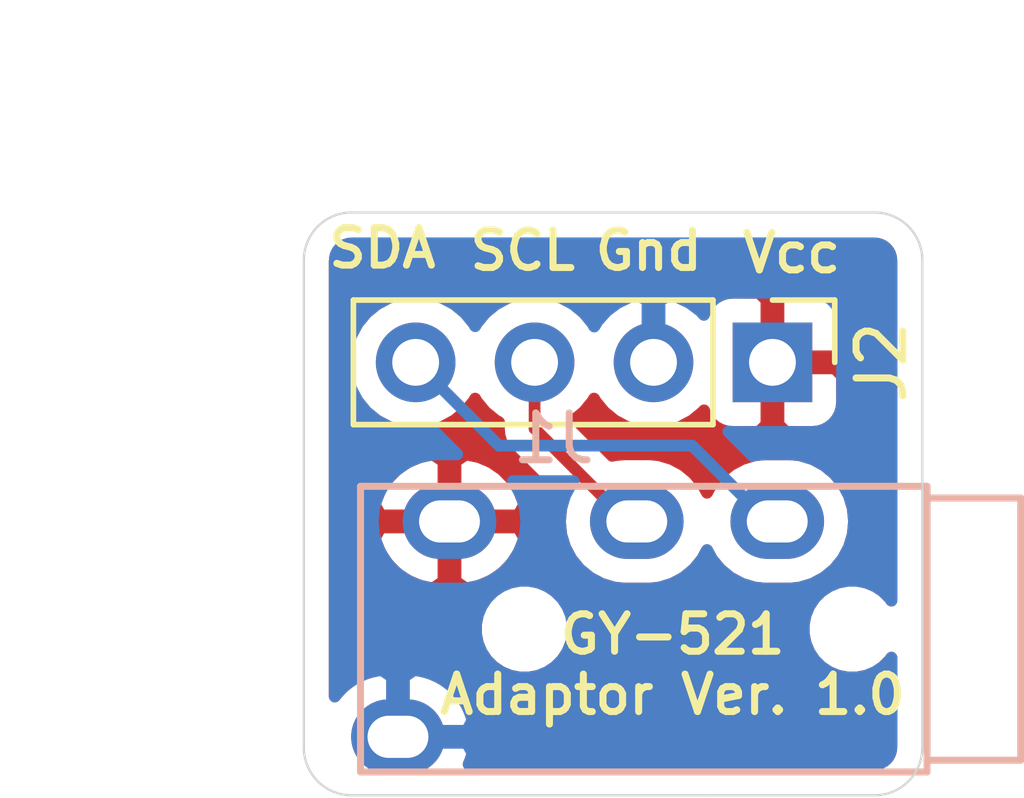
<source format=kicad_pcb>
(kicad_pcb (version 20171130) (host pcbnew 5.1.5-52549c5~84~ubuntu16.04.1)

  (general
    (thickness 1.6)
    (drawings 16)
    (tracks 9)
    (zones 0)
    (modules 2)
    (nets 5)
  )

  (page USLetter)
  (title_block
    (title "GY-521/MPU-6050  Interface Board")
    (date 2019-05-04)
    (rev 1.0)
    (comment 1 "Copyright 2019 Don Haig (accessible.aac at gmail dot com)")
    (comment 2 http://creativecommons.org/licenses/by-sa/4.0/)
    (comment 3 "Creative Commons Attribution-ShareAlike 4.0 International License")
    (comment 4 "This work is licensed under a:")
  )

  (layers
    (0 F.Cu signal)
    (31 B.Cu signal)
    (32 B.Adhes user)
    (33 F.Adhes user)
    (34 B.Paste user)
    (35 F.Paste user)
    (36 B.SilkS user)
    (37 F.SilkS user)
    (38 B.Mask user)
    (39 F.Mask user)
    (40 Dwgs.User user)
    (41 Cmts.User user)
    (42 Eco1.User user)
    (43 Eco2.User user)
    (44 Edge.Cuts user)
    (45 Margin user)
    (46 B.CrtYd user)
    (47 F.CrtYd user)
    (48 B.Fab user)
    (49 F.Fab user hide)
  )

  (setup
    (last_trace_width 0.25)
    (trace_clearance 0.2)
    (zone_clearance 0.508)
    (zone_45_only no)
    (trace_min 0.2)
    (via_size 0.8)
    (via_drill 0.4)
    (via_min_size 0.4)
    (via_min_drill 0.3)
    (uvia_size 0.3)
    (uvia_drill 0.1)
    (uvias_allowed no)
    (uvia_min_size 0.2)
    (uvia_min_drill 0.1)
    (edge_width 0.05)
    (segment_width 0.2)
    (pcb_text_width 0.3)
    (pcb_text_size 1.5 1.5)
    (mod_edge_width 0.12)
    (mod_text_size 1 1)
    (mod_text_width 0.15)
    (pad_size 1.524 1.524)
    (pad_drill 0.762)
    (pad_to_mask_clearance 0.051)
    (solder_mask_min_width 0.25)
    (aux_axis_origin 0 0)
    (visible_elements FFFFFF7F)
    (pcbplotparams
      (layerselection 0x010f0_ffffffff)
      (usegerberextensions true)
      (usegerberattributes false)
      (usegerberadvancedattributes false)
      (creategerberjobfile false)
      (excludeedgelayer true)
      (linewidth 0.100000)
      (plotframeref false)
      (viasonmask false)
      (mode 1)
      (useauxorigin false)
      (hpglpennumber 1)
      (hpglpenspeed 20)
      (hpglpendiameter 15.000000)
      (psnegative false)
      (psa4output false)
      (plotreference true)
      (plotvalue true)
      (plotinvisibletext false)
      (padsonsilk false)
      (subtractmaskfromsilk false)
      (outputformat 1)
      (mirror false)
      (drillshape 0)
      (scaleselection 1)
      (outputdirectory "gerber/"))
  )

  (net 0 "")
  (net 1 GND)
  (net 2 +5V)
  (net 3 /SDA)
  (net 4 /SCL)

  (net_class Default "This is the default net class."
    (clearance 0.2)
    (trace_width 0.25)
    (via_dia 0.8)
    (via_drill 0.4)
    (uvia_dia 0.3)
    (uvia_drill 0.1)
    (add_net +5V)
    (add_net /SCL)
    (add_net /SDA)
    (add_net GND)
  )

  (module dbh_kicad_library:PJ-320A (layer B.Cu) (tedit 5C8461F3) (tstamp 5CAE529D)
    (at 157.48 95.25 180)
    (path /5CAF3F7B)
    (fp_text reference J1 (at 4.826 2.032) (layer B.SilkS)
      (effects (font (size 1 1) (thickness 0.15)) (justify mirror))
    )
    (fp_text value PJ320A (at 1.48 -3.97) (layer B.Fab)
      (effects (font (size 1 1) (thickness 0.15)) (justify mirror))
    )
    (fp_line (start -5.15 0.76) (end -5.15 -4.84) (layer B.SilkS) (width 0.15))
    (fp_line (start -3.15 -4.84) (end -5.15 -4.84) (layer B.SilkS) (width 0.15))
    (fp_line (start -3.15 0.76) (end -5.15 0.76) (layer B.SilkS) (width 0.15))
    (fp_line (start -3.15 -5.09) (end 8.95 -5.09) (layer B.SilkS) (width 0.15))
    (fp_line (start -3.15 1.01) (end 8.95 1.01) (layer B.SilkS) (width 0.15))
    (fp_line (start 8.95 1.01) (end 8.95 -5.09) (layer B.SilkS) (width 0.15))
    (fp_line (start -3.15 1.01) (end -3.15 -5.09) (layer B.SilkS) (width 0.15))
    (pad 5 thru_hole oval (at 8.15 -4.34 90) (size 1.6 2) (drill oval 0.9 1.3) (layers *.Cu *.Mask)
      (net 1 GND))
    (pad 4 thru_hole oval (at 7.05 0.26 90) (size 1.6 2) (drill oval 0.9 1.3) (layers *.Cu *.Mask)
      (net 2 +5V))
    (pad 2 thru_hole oval (at 0.05 0.26 90) (size 1.6 2) (drill oval 0.9 1.3) (layers *.Cu *.Mask)
      (net 3 /SDA))
    (pad "" np_thru_hole circle (at 5.45 -2.04 90) (size 0.8 0.8) (drill 0.8) (layers *.Cu *.Mask))
    (pad "" np_thru_hole circle (at -1.55 -2.04 90) (size 0.8 0.8) (drill 0.8) (layers *.Cu *.Mask))
    (pad 3 thru_hole oval (at 3.05 0.26 90) (size 1.6 2) (drill oval 0.9 1.3) (layers *.Cu *.Mask)
      (net 4 /SCL))
    (model /home/don/projects/github/Accessible-AAC/Hardware/KiCad_libraries/3D_models/pj320a.wrl
      (offset (xyz -3.35 -2 0))
      (scale (xyz 1 1 1))
      (rotate (xyz 0 0 90))
    )
    (model /home/don/kicad/libraries/dbh_kicad_library/3D_models/pj320a/pj320a.wrl
      (offset (xyz -3.35 -2.1 0))
      (scale (xyz 1 1 1))
      (rotate (xyz 0 0 0))
    )
  )

  (module dbh_kicad_library:gy-921_i2c_module (layer F.Cu) (tedit 5CCEFE2D) (tstamp 5CCF5240)
    (at 157.3276 91.5924 270)
    (descr "Through hole straight pin header, 1x04, 2.54mm pitch, single row")
    (tags "Through hole pin header THT 1x04 2.54mm single row")
    (path /5CCF26F8)
    (fp_text reference J2 (at 0 -2.33 90) (layer F.SilkS)
      (effects (font (size 1 1) (thickness 0.15)))
    )
    (fp_text value gy-521_i2c_gyro_module (at -4.1656 4.0132 180) (layer F.Fab)
      (effects (font (size 1 1) (thickness 0.15)))
    )
    (fp_text user %R (at 0 3.81) (layer F.Fab)
      (effects (font (size 1 1) (thickness 0.15)))
    )
    (fp_line (start 1.8 -1.8) (end -1.8 -1.8) (layer F.CrtYd) (width 0.05))
    (fp_line (start 1.8 9.4) (end 1.8 -1.8) (layer F.CrtYd) (width 0.05))
    (fp_line (start -1.8 9.4) (end 1.8 9.4) (layer F.CrtYd) (width 0.05))
    (fp_line (start -1.8 -1.8) (end -1.8 9.4) (layer F.CrtYd) (width 0.05))
    (fp_line (start -1.33 -1.33) (end 0 -1.33) (layer F.SilkS) (width 0.12))
    (fp_line (start -1.33 0) (end -1.33 -1.33) (layer F.SilkS) (width 0.12))
    (fp_line (start -1.33 1.27) (end 1.33 1.27) (layer F.SilkS) (width 0.12))
    (fp_line (start 1.33 1.27) (end 1.33 8.95) (layer F.SilkS) (width 0.12))
    (fp_line (start -1.33 1.27) (end -1.33 8.95) (layer F.SilkS) (width 0.12))
    (fp_line (start -1.33 8.95) (end 1.33 8.95) (layer F.SilkS) (width 0.12))
    (fp_line (start -1.27 -0.635) (end -0.635 -1.27) (layer F.Fab) (width 0.1))
    (fp_line (start -1.27 8.89) (end -1.27 -0.635) (layer F.Fab) (width 0.1))
    (fp_line (start 1.27 8.89) (end -1.27 8.89) (layer F.Fab) (width 0.1))
    (fp_line (start 1.27 -1.27) (end 1.27 8.89) (layer F.Fab) (width 0.1))
    (fp_line (start -0.635 -1.27) (end 1.27 -1.27) (layer F.Fab) (width 0.1))
    (pad 4 thru_hole oval (at 0 7.62 270) (size 1.7 1.7) (drill 1) (layers *.Cu *.Mask)
      (net 3 /SDA))
    (pad 3 thru_hole oval (at 0 5.08 270) (size 1.7 1.7) (drill 1) (layers *.Cu *.Mask)
      (net 4 /SCL))
    (pad 2 thru_hole oval (at 0 2.54 270) (size 1.7 1.7) (drill 1) (layers *.Cu *.Mask)
      (net 1 GND))
    (pad 1 thru_hole rect (at 0 0 270) (size 1.7 1.7) (drill 1) (layers *.Cu *.Mask)
      (net 2 +5V))
  )

  (dimension 12.446 (width 0.12) (layer Dwgs.User)
    (gr_text "12.446 mm" (at 144.526 94.615 270) (layer Dwgs.User)
      (effects (font (size 1 1) (thickness 0.15)))
    )
    (feature1 (pts (xy 147.066 100.838) (xy 145.209579 100.838)))
    (feature2 (pts (xy 147.066 88.392) (xy 145.209579 88.392)))
    (crossbar (pts (xy 145.796 88.392) (xy 145.796 100.838)))
    (arrow1a (pts (xy 145.796 100.838) (xy 145.209579 99.711496)))
    (arrow1b (pts (xy 145.796 100.838) (xy 146.382421 99.711496)))
    (arrow2a (pts (xy 145.796 88.392) (xy 145.209579 89.518504)))
    (arrow2b (pts (xy 145.796 88.392) (xy 146.382421 89.518504)))
  )
  (dimension 13.208 (width 0.12) (layer Dwgs.User)
    (gr_text "13.208 mm" (at 153.924 84.582) (layer Dwgs.User)
      (effects (font (size 1 1) (thickness 0.15)))
    )
    (feature1 (pts (xy 160.528 87.884) (xy 160.528 85.265579)))
    (feature2 (pts (xy 147.32 87.884) (xy 147.32 85.265579)))
    (crossbar (pts (xy 147.32 85.852) (xy 160.528 85.852)))
    (arrow1a (pts (xy 160.528 85.852) (xy 159.401496 86.438421)))
    (arrow1b (pts (xy 160.528 85.852) (xy 159.401496 85.265579)))
    (arrow2a (pts (xy 147.32 85.852) (xy 148.446504 86.438421)))
    (arrow2b (pts (xy 147.32 85.852) (xy 148.446504 85.265579)))
  )
  (gr_line (start 147.32 89.408) (end 147.32 99.822) (layer Edge.Cuts) (width 0.05) (tstamp 5CCF53FA))
  (gr_line (start 159.512 88.392) (end 148.336 88.392) (layer Edge.Cuts) (width 0.05) (tstamp 5CCF53F9))
  (gr_line (start 160.528 99.822) (end 160.528 89.408) (layer Edge.Cuts) (width 0.05) (tstamp 5CCF53F8))
  (gr_text " GY-521 \nAdaptor Ver. 1.0" (at 155.194 98.044) (layer F.SilkS)
    (effects (font (size 0.8 0.8) (thickness 0.15)))
  )
  (gr_text SDA (at 148.9964 89.154) (layer F.SilkS)
    (effects (font (size 0.8 0.8) (thickness 0.15)))
  )
  (gr_text SCL (at 151.9936 89.2048) (layer F.SilkS)
    (effects (font (size 0.8 0.8) (thickness 0.15)))
  )
  (gr_text Gnd (at 154.686 89.2048) (layer F.SilkS)
    (effects (font (size 0.8 0.8) (thickness 0.15)))
  )
  (gr_text Vcc (at 157.734 89.2556) (layer F.SilkS)
    (effects (font (size 0.8 0.8) (thickness 0.15)))
  )
  (gr_line (start 155.956 100.838) (end 159.512 100.838) (layer Edge.Cuts) (width 0.05) (tstamp 5CCE3D64))
  (gr_line (start 148.336 100.838) (end 155.956 100.838) (layer Edge.Cuts) (width 0.05))
  (gr_arc (start 148.336 89.408) (end 148.336 88.392) (angle -90) (layer Edge.Cuts) (width 0.05) (tstamp 5CAE54A1))
  (gr_arc (start 148.336 99.822) (end 147.32 99.822) (angle -90) (layer Edge.Cuts) (width 0.05) (tstamp 5CAE54A4))
  (gr_arc (start 159.512 89.408) (end 160.528 89.408) (angle -90) (layer Edge.Cuts) (width 0.05) (tstamp 5CAE549A))
  (gr_arc (start 159.512 99.822) (end 159.512 100.838) (angle -90) (layer Edge.Cuts) (width 0.05) (tstamp 5CCF5410))

  (segment (start 150.43 94.55) (end 150.43 94.99) (width 0.25) (layer B.Cu) (net 2) (status 30))
  (segment (start 157.23 94.99) (end 157.43 94.99) (width 0.25) (layer F.Cu) (net 3))
  (segment (start 149.7076 91.5924) (end 151.4856 93.3704) (width 0.25) (layer B.Cu) (net 3))
  (segment (start 157.23 94.99) (end 157.43 94.99) (width 0.25) (layer B.Cu) (net 3))
  (segment (start 155.6104 93.3704) (end 157.23 94.99) (width 0.25) (layer B.Cu) (net 3))
  (segment (start 151.4856 93.3704) (end 155.6104 93.3704) (width 0.25) (layer B.Cu) (net 3))
  (segment (start 154.23 94.99) (end 154.43 94.99) (width 0.25) (layer F.Cu) (net 4))
  (segment (start 152.2476 93.0076) (end 154.23 94.99) (width 0.25) (layer F.Cu) (net 4))
  (segment (start 152.2476 91.5924) (end 152.2476 93.0076) (width 0.25) (layer F.Cu) (net 4))

  (zone (net 1) (net_name GND) (layer B.Cu) (tstamp 5CCF18E3) (hatch edge 0.508)
    (connect_pads (clearance 0.508))
    (min_thickness 0.254)
    (fill yes (arc_segments 32) (thermal_gap 0.508) (thermal_bridge_width 0.508))
    (polygon
      (pts
        (xy 147.574 100.076) (xy 147.574 89.154) (xy 148.082 88.646) (xy 159.766 88.646) (xy 160.274 89.154)
        (xy 160.274 100.076) (xy 159.766 100.584) (xy 148.082 100.584)
      )
    )
    (filled_polygon
      (pts
        (xy 159.580533 89.061885) (xy 159.646457 89.081789) (xy 159.707255 89.114115) (xy 159.760619 89.157639) (xy 159.804512 89.210696)
        (xy 159.837266 89.271271) (xy 159.857628 89.337053) (xy 159.868001 89.43574) (xy 159.868 96.681205) (xy 159.833937 96.630226)
        (xy 159.689774 96.486063) (xy 159.520256 96.372795) (xy 159.331898 96.294774) (xy 159.131939 96.255) (xy 158.928061 96.255)
        (xy 158.728102 96.294774) (xy 158.539744 96.372795) (xy 158.370226 96.486063) (xy 158.226063 96.630226) (xy 158.112795 96.799744)
        (xy 158.034774 96.988102) (xy 157.995 97.188061) (xy 157.995 97.391939) (xy 158.034774 97.591898) (xy 158.112795 97.780256)
        (xy 158.226063 97.949774) (xy 158.370226 98.093937) (xy 158.539744 98.207205) (xy 158.728102 98.285226) (xy 158.928061 98.325)
        (xy 159.131939 98.325) (xy 159.331898 98.285226) (xy 159.520256 98.207205) (xy 159.689774 98.093937) (xy 159.833937 97.949774)
        (xy 159.868 97.898795) (xy 159.868 99.789719) (xy 159.858115 99.890531) (xy 159.838211 99.956458) (xy 159.805885 100.017255)
        (xy 159.762362 100.070618) (xy 159.7093 100.114515) (xy 159.648727 100.147266) (xy 159.582947 100.167628) (xy 159.484269 100.178)
        (xy 150.838093 100.178) (xy 150.911444 99.99673) (xy 150.921904 99.939039) (xy 150.799915 99.717) (xy 149.457 99.717)
        (xy 149.457 99.737) (xy 149.203 99.737) (xy 149.203 99.717) (xy 149.183 99.717) (xy 149.183 99.463)
        (xy 149.203 99.463) (xy 149.203 98.310526) (xy 149.457 98.310526) (xy 149.457 99.463) (xy 150.799915 99.463)
        (xy 150.921904 99.240961) (xy 150.911444 99.18327) (xy 150.805551 98.921579) (xy 150.650639 98.685575) (xy 150.452662 98.484327)
        (xy 150.219227 98.32557) (xy 149.959306 98.215404) (xy 149.682887 98.158063) (xy 149.457 98.310526) (xy 149.203 98.310526)
        (xy 148.977113 98.158063) (xy 148.700694 98.215404) (xy 148.440773 98.32557) (xy 148.207338 98.484327) (xy 148.009361 98.685575)
        (xy 147.98 98.730306) (xy 147.98 97.188061) (xy 150.995 97.188061) (xy 150.995 97.391939) (xy 151.034774 97.591898)
        (xy 151.112795 97.780256) (xy 151.226063 97.949774) (xy 151.370226 98.093937) (xy 151.539744 98.207205) (xy 151.728102 98.285226)
        (xy 151.928061 98.325) (xy 152.131939 98.325) (xy 152.331898 98.285226) (xy 152.520256 98.207205) (xy 152.689774 98.093937)
        (xy 152.833937 97.949774) (xy 152.947205 97.780256) (xy 153.025226 97.591898) (xy 153.065 97.391939) (xy 153.065 97.188061)
        (xy 153.025226 96.988102) (xy 152.947205 96.799744) (xy 152.833937 96.630226) (xy 152.689774 96.486063) (xy 152.520256 96.372795)
        (xy 152.331898 96.294774) (xy 152.131939 96.255) (xy 151.928061 96.255) (xy 151.728102 96.294774) (xy 151.539744 96.372795)
        (xy 151.370226 96.486063) (xy 151.226063 96.630226) (xy 151.112795 96.799744) (xy 151.034774 96.988102) (xy 150.995 97.188061)
        (xy 147.98 97.188061) (xy 147.98 91.5924) (xy 148.215415 91.5924) (xy 148.244087 91.883511) (xy 148.329001 92.163434)
        (xy 148.466894 92.421414) (xy 148.652466 92.647534) (xy 148.878586 92.833106) (xy 149.136566 92.970999) (xy 149.416489 93.055913)
        (xy 149.63465 93.0774) (xy 149.78055 93.0774) (xy 149.998711 93.055913) (xy 150.073595 93.033197) (xy 150.595398 93.555)
        (xy 150.159508 93.555) (xy 149.948691 93.575764) (xy 149.678192 93.657818) (xy 149.428899 93.791068) (xy 149.210392 93.970392)
        (xy 149.031068 94.188899) (xy 148.897818 94.438192) (xy 148.815764 94.708691) (xy 148.788057 94.99) (xy 148.815764 95.271309)
        (xy 148.897818 95.541808) (xy 149.031068 95.791101) (xy 149.210392 96.009608) (xy 149.428899 96.188932) (xy 149.678192 96.322182)
        (xy 149.948691 96.404236) (xy 150.159508 96.425) (xy 150.700492 96.425) (xy 150.911309 96.404236) (xy 151.181808 96.322182)
        (xy 151.431101 96.188932) (xy 151.649608 96.009608) (xy 151.828932 95.791101) (xy 151.962182 95.541808) (xy 152.044236 95.271309)
        (xy 152.071943 94.99) (xy 152.044236 94.708691) (xy 151.962182 94.438192) (xy 151.828932 94.188899) (xy 151.780923 94.1304)
        (xy 153.079077 94.1304) (xy 153.031068 94.188899) (xy 152.897818 94.438192) (xy 152.815764 94.708691) (xy 152.788057 94.99)
        (xy 152.815764 95.271309) (xy 152.897818 95.541808) (xy 153.031068 95.791101) (xy 153.210392 96.009608) (xy 153.428899 96.188932)
        (xy 153.678192 96.322182) (xy 153.948691 96.404236) (xy 154.159508 96.425) (xy 154.700492 96.425) (xy 154.911309 96.404236)
        (xy 155.181808 96.322182) (xy 155.431101 96.188932) (xy 155.649608 96.009608) (xy 155.828932 95.791101) (xy 155.93 95.602016)
        (xy 156.031068 95.791101) (xy 156.210392 96.009608) (xy 156.428899 96.188932) (xy 156.678192 96.322182) (xy 156.948691 96.404236)
        (xy 157.159508 96.425) (xy 157.700492 96.425) (xy 157.911309 96.404236) (xy 158.181808 96.322182) (xy 158.431101 96.188932)
        (xy 158.649608 96.009608) (xy 158.828932 95.791101) (xy 158.962182 95.541808) (xy 159.044236 95.271309) (xy 159.071943 94.99)
        (xy 159.044236 94.708691) (xy 158.962182 94.438192) (xy 158.828932 94.188899) (xy 158.649608 93.970392) (xy 158.431101 93.791068)
        (xy 158.181808 93.657818) (xy 157.911309 93.575764) (xy 157.700492 93.555) (xy 157.159508 93.555) (xy 156.948691 93.575764)
        (xy 156.904094 93.589292) (xy 156.386279 93.071478) (xy 156.4776 93.080472) (xy 158.1776 93.080472) (xy 158.302082 93.068212)
        (xy 158.42178 93.031902) (xy 158.532094 92.972937) (xy 158.628785 92.893585) (xy 158.708137 92.796894) (xy 158.767102 92.68658)
        (xy 158.803412 92.566882) (xy 158.815672 92.4424) (xy 158.815672 90.7424) (xy 158.803412 90.617918) (xy 158.767102 90.49822)
        (xy 158.708137 90.387906) (xy 158.628785 90.291215) (xy 158.532094 90.211863) (xy 158.42178 90.152898) (xy 158.302082 90.116588)
        (xy 158.1776 90.104328) (xy 156.4776 90.104328) (xy 156.353118 90.116588) (xy 156.23342 90.152898) (xy 156.123106 90.211863)
        (xy 156.026415 90.291215) (xy 155.947063 90.387906) (xy 155.888098 90.49822) (xy 155.863634 90.578866) (xy 155.787869 90.494812)
        (xy 155.55452 90.320759) (xy 155.291699 90.195575) (xy 155.14449 90.150924) (xy 154.9146 90.272245) (xy 154.9146 91.4654)
        (xy 154.9346 91.4654) (xy 154.9346 91.7194) (xy 154.9146 91.7194) (xy 154.9146 91.7394) (xy 154.6606 91.7394)
        (xy 154.6606 91.7194) (xy 154.6406 91.7194) (xy 154.6406 91.4654) (xy 154.6606 91.4654) (xy 154.6606 90.272245)
        (xy 154.43071 90.150924) (xy 154.283501 90.195575) (xy 154.02068 90.320759) (xy 153.787331 90.494812) (xy 153.592422 90.711045)
        (xy 153.522801 90.827923) (xy 153.488306 90.763386) (xy 153.302734 90.537266) (xy 153.076614 90.351694) (xy 152.818634 90.213801)
        (xy 152.538711 90.128887) (xy 152.32055 90.1074) (xy 152.17465 90.1074) (xy 151.956489 90.128887) (xy 151.676566 90.213801)
        (xy 151.418586 90.351694) (xy 151.192466 90.537266) (xy 151.006894 90.763386) (xy 150.9776 90.818191) (xy 150.948306 90.763386)
        (xy 150.762734 90.537266) (xy 150.536614 90.351694) (xy 150.278634 90.213801) (xy 149.998711 90.128887) (xy 149.78055 90.1074)
        (xy 149.63465 90.1074) (xy 149.416489 90.128887) (xy 149.136566 90.213801) (xy 148.878586 90.351694) (xy 148.652466 90.537266)
        (xy 148.466894 90.763386) (xy 148.329001 91.021366) (xy 148.244087 91.301289) (xy 148.215415 91.5924) (xy 147.98 91.5924)
        (xy 147.98 89.440281) (xy 147.989885 89.339467) (xy 148.009789 89.273543) (xy 148.042115 89.212745) (xy 148.085639 89.159381)
        (xy 148.138696 89.115488) (xy 148.199271 89.082734) (xy 148.265053 89.062372) (xy 148.36373 89.052) (xy 159.479719 89.052)
      )
    )
  )
  (zone (net 2) (net_name +5V) (layer F.Cu) (tstamp 5CCF18E0) (hatch edge 0.508)
    (connect_pads (clearance 0.508))
    (min_thickness 0.254)
    (fill yes (arc_segments 32) (thermal_gap 0.508) (thermal_bridge_width 0.508))
    (polygon
      (pts
        (xy 147.574 100.076) (xy 147.574 89.154) (xy 148.082 88.646) (xy 159.766 88.646) (xy 160.274 89.154)
        (xy 160.274 100.076) (xy 159.766 100.584) (xy 148.082 100.584)
      )
    )
    (filled_polygon
      (pts
        (xy 159.580533 89.061885) (xy 159.646457 89.081789) (xy 159.707255 89.114115) (xy 159.760619 89.157639) (xy 159.804512 89.210696)
        (xy 159.837266 89.271271) (xy 159.857628 89.337053) (xy 159.868001 89.43574) (xy 159.868 96.681205) (xy 159.833937 96.630226)
        (xy 159.689774 96.486063) (xy 159.520256 96.372795) (xy 159.331898 96.294774) (xy 159.131939 96.255) (xy 158.928061 96.255)
        (xy 158.728102 96.294774) (xy 158.539744 96.372795) (xy 158.370226 96.486063) (xy 158.226063 96.630226) (xy 158.112795 96.799744)
        (xy 158.034774 96.988102) (xy 157.995 97.188061) (xy 157.995 97.391939) (xy 158.034774 97.591898) (xy 158.112795 97.780256)
        (xy 158.226063 97.949774) (xy 158.370226 98.093937) (xy 158.539744 98.207205) (xy 158.728102 98.285226) (xy 158.928061 98.325)
        (xy 159.131939 98.325) (xy 159.331898 98.285226) (xy 159.520256 98.207205) (xy 159.689774 98.093937) (xy 159.833937 97.949774)
        (xy 159.868 97.898795) (xy 159.868 99.789719) (xy 159.858115 99.890531) (xy 159.838211 99.956458) (xy 159.805885 100.017255)
        (xy 159.762362 100.070618) (xy 159.7093 100.114515) (xy 159.648727 100.147266) (xy 159.582947 100.167628) (xy 159.484269 100.178)
        (xy 150.842837 100.178) (xy 150.862182 100.141808) (xy 150.944236 99.871309) (xy 150.971943 99.59) (xy 150.944236 99.308691)
        (xy 150.862182 99.038192) (xy 150.728932 98.788899) (xy 150.549608 98.570392) (xy 150.331101 98.391068) (xy 150.081808 98.257818)
        (xy 149.811309 98.175764) (xy 149.600492 98.155) (xy 149.059508 98.155) (xy 148.848691 98.175764) (xy 148.578192 98.257818)
        (xy 148.328899 98.391068) (xy 148.110392 98.570392) (xy 147.98 98.729275) (xy 147.98 97.188061) (xy 150.995 97.188061)
        (xy 150.995 97.391939) (xy 151.034774 97.591898) (xy 151.112795 97.780256) (xy 151.226063 97.949774) (xy 151.370226 98.093937)
        (xy 151.539744 98.207205) (xy 151.728102 98.285226) (xy 151.928061 98.325) (xy 152.131939 98.325) (xy 152.331898 98.285226)
        (xy 152.520256 98.207205) (xy 152.689774 98.093937) (xy 152.833937 97.949774) (xy 152.947205 97.780256) (xy 153.025226 97.591898)
        (xy 153.065 97.391939) (xy 153.065 97.188061) (xy 153.025226 96.988102) (xy 152.947205 96.799744) (xy 152.833937 96.630226)
        (xy 152.689774 96.486063) (xy 152.520256 96.372795) (xy 152.331898 96.294774) (xy 152.131939 96.255) (xy 151.928061 96.255)
        (xy 151.728102 96.294774) (xy 151.539744 96.372795) (xy 151.370226 96.486063) (xy 151.226063 96.630226) (xy 151.112795 96.799744)
        (xy 151.034774 96.988102) (xy 150.995 97.188061) (xy 147.98 97.188061) (xy 147.98 95.339039) (xy 148.838096 95.339039)
        (xy 148.848556 95.39673) (xy 148.954449 95.658421) (xy 149.109361 95.894425) (xy 149.307338 96.095673) (xy 149.540773 96.25443)
        (xy 149.800694 96.364596) (xy 150.077113 96.421937) (xy 150.303 96.269474) (xy 150.303 95.117) (xy 150.557 95.117)
        (xy 150.557 96.269474) (xy 150.782887 96.421937) (xy 151.059306 96.364596) (xy 151.319227 96.25443) (xy 151.552662 96.095673)
        (xy 151.750639 95.894425) (xy 151.905551 95.658421) (xy 152.011444 95.39673) (xy 152.021904 95.339039) (xy 151.899915 95.117)
        (xy 150.557 95.117) (xy 150.303 95.117) (xy 148.960085 95.117) (xy 148.838096 95.339039) (xy 147.98 95.339039)
        (xy 147.98 94.640961) (xy 148.838096 94.640961) (xy 148.960085 94.863) (xy 150.303 94.863) (xy 150.303 93.710526)
        (xy 150.557 93.710526) (xy 150.557 94.863) (xy 151.899915 94.863) (xy 152.021904 94.640961) (xy 152.011444 94.58327)
        (xy 151.905551 94.321579) (xy 151.750639 94.085575) (xy 151.552662 93.884327) (xy 151.319227 93.72557) (xy 151.059306 93.615404)
        (xy 150.782887 93.558063) (xy 150.557 93.710526) (xy 150.303 93.710526) (xy 150.077113 93.558063) (xy 149.800694 93.615404)
        (xy 149.540773 93.72557) (xy 149.307338 93.884327) (xy 149.109361 94.085575) (xy 148.954449 94.321579) (xy 148.848556 94.58327)
        (xy 148.838096 94.640961) (xy 147.98 94.640961) (xy 147.98 91.5924) (xy 148.215415 91.5924) (xy 148.244087 91.883511)
        (xy 148.329001 92.163434) (xy 148.466894 92.421414) (xy 148.652466 92.647534) (xy 148.878586 92.833106) (xy 149.136566 92.970999)
        (xy 149.416489 93.055913) (xy 149.63465 93.0774) (xy 149.78055 93.0774) (xy 149.998711 93.055913) (xy 150.278634 92.970999)
        (xy 150.536614 92.833106) (xy 150.762734 92.647534) (xy 150.948306 92.421414) (xy 150.9776 92.366609) (xy 151.006894 92.421414)
        (xy 151.192466 92.647534) (xy 151.418586 92.833106) (xy 151.487601 92.869995) (xy 151.487601 92.970268) (xy 151.483924 93.0076)
        (xy 151.498598 93.156585) (xy 151.542054 93.299846) (xy 151.612626 93.431876) (xy 151.683801 93.518602) (xy 151.7076 93.547601)
        (xy 151.736598 93.571399) (xy 152.829292 94.664094) (xy 152.815764 94.708691) (xy 152.788057 94.99) (xy 152.815764 95.271309)
        (xy 152.897818 95.541808) (xy 153.031068 95.791101) (xy 153.210392 96.009608) (xy 153.428899 96.188932) (xy 153.678192 96.322182)
        (xy 153.948691 96.404236) (xy 154.159508 96.425) (xy 154.700492 96.425) (xy 154.911309 96.404236) (xy 155.181808 96.322182)
        (xy 155.431101 96.188932) (xy 155.649608 96.009608) (xy 155.828932 95.791101) (xy 155.93 95.602016) (xy 156.031068 95.791101)
        (xy 156.210392 96.009608) (xy 156.428899 96.188932) (xy 156.678192 96.322182) (xy 156.948691 96.404236) (xy 157.159508 96.425)
        (xy 157.700492 96.425) (xy 157.911309 96.404236) (xy 158.181808 96.322182) (xy 158.431101 96.188932) (xy 158.649608 96.009608)
        (xy 158.828932 95.791101) (xy 158.962182 95.541808) (xy 159.044236 95.271309) (xy 159.071943 94.99) (xy 159.044236 94.708691)
        (xy 158.962182 94.438192) (xy 158.828932 94.188899) (xy 158.649608 93.970392) (xy 158.431101 93.791068) (xy 158.181808 93.657818)
        (xy 157.911309 93.575764) (xy 157.700492 93.555) (xy 157.159508 93.555) (xy 156.948691 93.575764) (xy 156.678192 93.657818)
        (xy 156.428899 93.791068) (xy 156.210392 93.970392) (xy 156.031068 94.188899) (xy 155.93 94.377984) (xy 155.828932 94.188899)
        (xy 155.649608 93.970392) (xy 155.431101 93.791068) (xy 155.181808 93.657818) (xy 154.911309 93.575764) (xy 154.700492 93.555)
        (xy 154.159508 93.555) (xy 153.948691 93.575764) (xy 153.904094 93.589292) (xy 153.115771 92.80097) (xy 153.302734 92.647534)
        (xy 153.488306 92.421414) (xy 153.5176 92.366609) (xy 153.546894 92.421414) (xy 153.732466 92.647534) (xy 153.958586 92.833106)
        (xy 154.216566 92.970999) (xy 154.496489 93.055913) (xy 154.71465 93.0774) (xy 154.86055 93.0774) (xy 155.078711 93.055913)
        (xy 155.358634 92.970999) (xy 155.616614 92.833106) (xy 155.842734 92.647534) (xy 155.867207 92.617713) (xy 155.888098 92.68658)
        (xy 155.947063 92.796894) (xy 156.026415 92.893585) (xy 156.123106 92.972937) (xy 156.23342 93.031902) (xy 156.353118 93.068212)
        (xy 156.4776 93.080472) (xy 157.04185 93.0774) (xy 157.2006 92.91865) (xy 157.2006 91.7194) (xy 157.4546 91.7194)
        (xy 157.4546 92.91865) (xy 157.61335 93.0774) (xy 158.1776 93.080472) (xy 158.302082 93.068212) (xy 158.42178 93.031902)
        (xy 158.532094 92.972937) (xy 158.628785 92.893585) (xy 158.708137 92.796894) (xy 158.767102 92.68658) (xy 158.803412 92.566882)
        (xy 158.815672 92.4424) (xy 158.8126 91.87815) (xy 158.65385 91.7194) (xy 157.4546 91.7194) (xy 157.2006 91.7194)
        (xy 157.1806 91.7194) (xy 157.1806 91.4654) (xy 157.2006 91.4654) (xy 157.2006 90.26615) (xy 157.4546 90.26615)
        (xy 157.4546 91.4654) (xy 158.65385 91.4654) (xy 158.8126 91.30665) (xy 158.815672 90.7424) (xy 158.803412 90.617918)
        (xy 158.767102 90.49822) (xy 158.708137 90.387906) (xy 158.628785 90.291215) (xy 158.532094 90.211863) (xy 158.42178 90.152898)
        (xy 158.302082 90.116588) (xy 158.1776 90.104328) (xy 157.61335 90.1074) (xy 157.4546 90.26615) (xy 157.2006 90.26615)
        (xy 157.04185 90.1074) (xy 156.4776 90.104328) (xy 156.353118 90.116588) (xy 156.23342 90.152898) (xy 156.123106 90.211863)
        (xy 156.026415 90.291215) (xy 155.947063 90.387906) (xy 155.888098 90.49822) (xy 155.867207 90.567087) (xy 155.842734 90.537266)
        (xy 155.616614 90.351694) (xy 155.358634 90.213801) (xy 155.078711 90.128887) (xy 154.86055 90.1074) (xy 154.71465 90.1074)
        (xy 154.496489 90.128887) (xy 154.216566 90.213801) (xy 153.958586 90.351694) (xy 153.732466 90.537266) (xy 153.546894 90.763386)
        (xy 153.5176 90.818191) (xy 153.488306 90.763386) (xy 153.302734 90.537266) (xy 153.076614 90.351694) (xy 152.818634 90.213801)
        (xy 152.538711 90.128887) (xy 152.32055 90.1074) (xy 152.17465 90.1074) (xy 151.956489 90.128887) (xy 151.676566 90.213801)
        (xy 151.418586 90.351694) (xy 151.192466 90.537266) (xy 151.006894 90.763386) (xy 150.9776 90.818191) (xy 150.948306 90.763386)
        (xy 150.762734 90.537266) (xy 150.536614 90.351694) (xy 150.278634 90.213801) (xy 149.998711 90.128887) (xy 149.78055 90.1074)
        (xy 149.63465 90.1074) (xy 149.416489 90.128887) (xy 149.136566 90.213801) (xy 148.878586 90.351694) (xy 148.652466 90.537266)
        (xy 148.466894 90.763386) (xy 148.329001 91.021366) (xy 148.244087 91.301289) (xy 148.215415 91.5924) (xy 147.98 91.5924)
        (xy 147.98 89.440281) (xy 147.989885 89.339467) (xy 148.009789 89.273543) (xy 148.042115 89.212745) (xy 148.085639 89.159381)
        (xy 148.138696 89.115488) (xy 148.199271 89.082734) (xy 148.265053 89.062372) (xy 148.36373 89.052) (xy 159.479719 89.052)
      )
    )
  )
)

</source>
